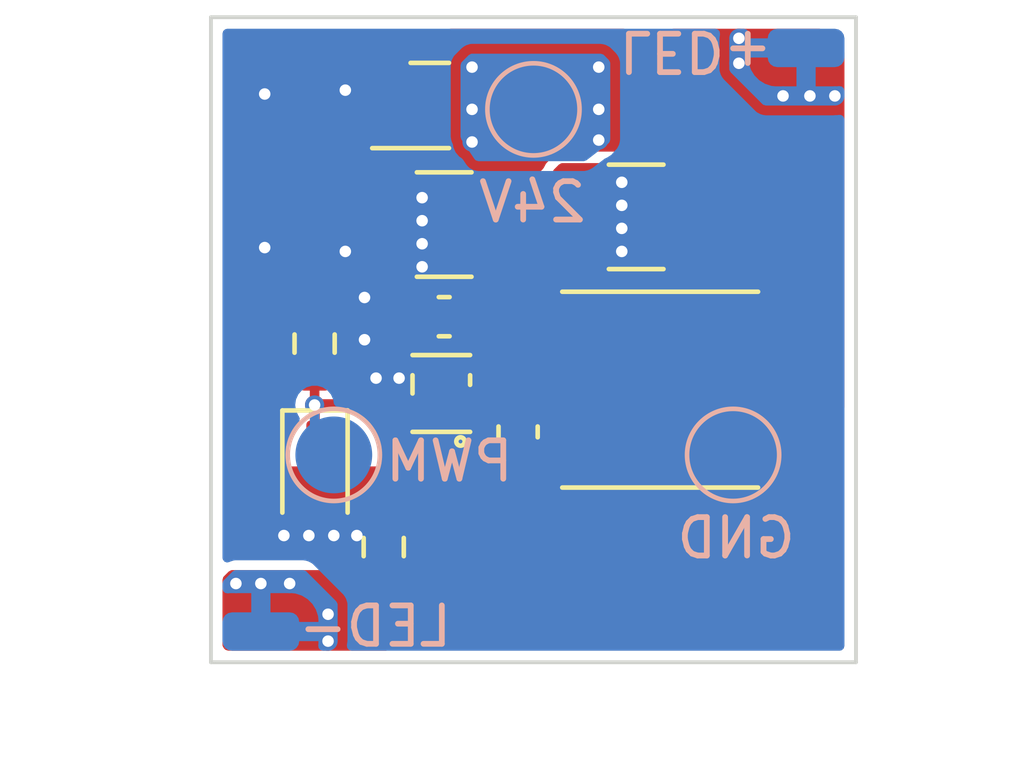
<source format=kicad_pcb>
(kicad_pcb (version 20221018) (generator pcbnew)
  (layers (0 "F.Cu" signal) (31 "B.Cu" signal) (34 "B.Paste" user) (35 "F.Paste" user) (36 "B.SilkS" user "B.Silkscreen") (37 "F.SilkS" user "F.Silkscreen") (38 "B.Mask" user) (39 "F.Mask" user) (44 "Edge.Cuts" user))
  (net 0 "")
  (net 1 "GND")
  (net 2 "/LED+")
  (net 3 "Net-(U1-BOOT)")
  (net 4 "Net-(U1-SW)")
  (net 5 "+24V")
  (net 6 "/PWM")
  (net 7 "/LED-")
  (footprint "Bergi:VQFN-HR" (layer "F.Cu") (at 76 133 180)
    (fp_text reference "U1" hide)
    (fp_text value "TPS92200DxRXL")
    (fp_line (start -0.75 -1) (end 0.75 -1) (stroke (width 0.12)) (layer "F.SilkS"))
    (fp_line (start -0.75 0.475) (end -0.75 0.225) (stroke (width 0.12)) (layer "F.SilkS"))
    (fp_line (start -0.75 1) (end 0.75 1) (stroke (width 0.12)) (layer "F.SilkS"))
    (fp_line (start 0.75 0.475) (end 0.75 0) (stroke (width 0.12)) (layer "F.SilkS"))
    (fp_circle (center -0.5 -1.25) (end -0.45 -1.25) (stroke (width 0.12)) (fill none) (layer "F.SilkS"))
    (pad "1" smd roundrect (at -0.6 -0.7 180) (size 0.7 0.2) (layers "F.Cu" "F.Mask") (net 3 "Net-(U1-BOOT)"))
    (pad "2" smd roundrect (at -0.65 -0.05 180) (size 0.6 0.2) (layers "F.Cu" "F.Paste" "F.Mask") (net 4 "Net-(U1-SW)"))
    (pad "3" smd roundrect (at -0.6 0.75 180) (size 0.7 0.2) (layers "F.Cu" "F.Paste" "F.Mask") (net 5 "+24V"))
    (pad "4" smd roundrect (at 0.65 0.75 180) (size 0.6 0.2) (layers "F.Cu" "F.Paste" "F.Mask") (net 1 "GND"))
    (pad "5" smd roundrect (at 0.65 -0.275 180) (size 0.6 0.2) (layers "F.Cu" "F.Paste" "F.Mask") (net 6 "/PWM"))
    (pad "6" smd custom (at 0.45 -0.775 180) (size 0.001 0.001) (layers "F.Cu" "F.Mask") (net 7 "/LED-") (options (clearance outline) (anchor rect)) (primitives (gr_line (start -0.45 0.05) (end 0.45 0.05) (width 0.1)) (gr_line (start -0.45 -0.05) (end -0.45 0.25) (width 0.1)) (gr_line (start -0.45 -0.05) (end 0.45 -0.05) (width 0.1)) (gr_line (start 0.45 0.05) (end 0.45 -0.05) (width 0.1)) (gr_line (start -0.35 -0.05) (end -0.35 0.25) (width 0.1)) (gr_line (start -0.45 0.25) (end -0.35 0.25) (width 0.1))))
  )
  (footprint "Capacitor_SMD:C_0603_1608Metric" (layer "F.Cu") (at 76.075 131)
    (fp_text reference "C4" hide)
    (fp_text value "100n")
    (fp_line (start -0.14058 -0.51) (end 0.14058 -0.51) (stroke (width 0.12)) (layer "F.SilkS"))
    (fp_line (start -0.14058 0.51) (end 0.14058 0.51) (stroke (width 0.12)) (layer "F.SilkS"))
    (pad "1" smd roundrect (at -0.775 0) (size 0.9 0.95) (layers "F.Cu" "F.Paste" "F.Mask") (net 1 "GND"))
    (pad "2" smd roundrect (at 0.775 0) (size 0.9 0.95) (layers "F.Cu" "F.Paste" "F.Mask") (net 5 "+24V"))
  )
  (footprint "Capacitor_SMD:C_1210_3225Metric" (layer "F.Cu") (at 76.075 128.6)
    (fp_text reference "C3" hide)
    (fp_text value "10µ")
    (fp_line (start -0.711252 -1.36) (end 0.711252 -1.36) (stroke (width 0.12)) (layer "F.SilkS"))
    (fp_line (start -0.711252 1.36) (end 0.711252 1.36) (stroke (width 0.12)) (layer "F.SilkS"))
    (pad "1" smd roundrect (at -1.475 0) (size 1.15 2.7) (layers "F.Cu" "F.Paste" "F.Mask") (roundrect_rratio 0.217391) (net 1 "GND"))
    (pad "2" smd roundrect (at 1.475 0) (size 1.15 2.7) (layers "F.Cu" "F.Paste" "F.Mask") (roundrect_rratio 0.217391) (net 5 "+24V"))
  )
  (footprint "Capacitor_SMD:C_0603_1608Metric" (layer "F.Cu") (at 78 134 90)
    (fp_text reference "C2" hide)
    (fp_text value "100n")
    (fp_line (start -0.14058 -0.51) (end 0.14058 -0.51) (stroke (width 0.12)) (layer "F.SilkS"))
    (fp_line (start -0.14058 0.51) (end 0.14058 0.51) (stroke (width 0.12)) (layer "F.SilkS"))
    (pad "1" smd roundrect (at -0.775 0 90) (size 0.9 0.95) (layers "F.Cu" "F.Paste" "F.Mask") (net 3 "Net-(U1-BOOT)"))
    (pad "2" smd roundrect (at 0.775 0 90) (size 0.9 0.95) (layers "F.Cu" "F.Paste" "F.Mask") (net 4 "Net-(U1-SW)"))
  )
  (footprint "Package_SON:WSON-6-1EP_2x2mm_P0.65mm_EP1x1.6mm" (layer "F.Cu") (at 75.2 125.5)
    (fp_text reference "U2" hide)
    (fp_text value "TVS2700DRV")
    (fp_line (start -1 1.11) (end 1 1.11) (stroke (width 0.12)) (layer "F.SilkS"))
    (fp_line (start 0 -1.11) (end 1 -1.11) (stroke (width 0.12)) (layer "F.SilkS"))
    (pad "1" smd roundrect (at -0.8875 -0.65) (size 0.375 0.4) (layers "F.Cu" "F.Paste" "F.Mask") (net 1 "GND"))
    (pad "2" smd roundrect (at -0.8875 0) (size 0.375 0.4) (layers "F.Cu" "F.Paste" "F.Mask") (net 1 "GND"))
    (pad "3" smd roundrect (at -0.8875 0.65) (size 0.375 0.4) (layers "F.Cu" "F.Paste" "F.Mask") (net 1 "GND"))
    (pad "4" smd roundrect (at 0.8875 0.65) (size 0.375 0.4) (layers "F.Cu" "F.Paste" "F.Mask") (net 5 "+24V"))
    (pad "5" smd roundrect (at 0.8875 0) (size 0.375 0.4) (layers "F.Cu" "F.Paste" "F.Mask") (net 5 "+24V"))
    (pad "6" smd roundrect (at 0.8875 -0.65) (size 0.375 0.4) (layers "F.Cu" "F.Paste" "F.Mask") (net 5 "+24V"))
    (pad "7" smd rect (at 0 0) (size 1 1.6) (layers "F.Cu" "F.Mask") (net 1 "GND"))
  )
  (footprint "Capacitor_SMD:C_1210_3225Metric" (layer "F.Cu") (at 81.075 128.4)
    (fp_text reference "C1" hide)
    (fp_text value "10µ")
    (fp_line (start -0.711252 -1.36) (end 0.711252 -1.36) (stroke (width 0.12)) (layer "F.SilkS"))
    (fp_line (start -0.711252 1.36) (end 0.711252 1.36) (stroke (width 0.12)) (layer "F.SilkS"))
    (pad "1" smd roundrect (at -1.475 0) (size 1.15 2.7) (layers "F.Cu" "F.Paste" "F.Mask") (roundrect_rratio 0.217391) (net 1 "GND"))
    (pad "2" smd roundrect (at 1.475 0) (size 1.15 2.7) (layers "F.Cu" "F.Paste" "F.Mask") (roundrect_rratio 0.217391) (net 2 "/LED+"))
  )
  (footprint "Resistor_SMD:R_0603_1608Metric" (layer "F.Cu") (at 74.5 137 90)
    (fp_text reference "R2" hide)
    (fp_text value "0R36")
    (fp_line (start -0.237258 -0.5225) (end 0.237258 -0.5225) (stroke (width 0.12)) (layer "F.SilkS"))
    (fp_line (start -0.237258 0.5225) (end 0.237258 0.5225) (stroke (width 0.12)) (layer "F.SilkS"))
    (pad "1" smd roundrect (at -0.825 0 90) (size 0.8 0.95) (layers "F.Cu" "F.Paste" "F.Mask") (net 7 "/LED-"))
    (pad "2" smd roundrect (at 0.825 0 90) (size 0.8 0.95) (layers "F.Cu" "F.Paste" "F.Mask") (net 1 "GND"))
  )
  (footprint "Diode_SMD:D_SOD-323" (layer "F.Cu") (at 72.71 135.0525 -90)
    (fp_text reference "D1" hide)
    (fp_text value "3V3")
    (fp_line (start -1.61 -0.85) (end -1.61 0.85) (stroke (width 0.12)) (layer "F.SilkS"))
    (fp_line (start -1.61 -0.85) (end 1.05 -0.85) (stroke (width 0.12)) (layer "F.SilkS"))
    (fp_line (start -1.61 0.85) (end 1.05 0.85) (stroke (width 0.12)) (layer "F.SilkS"))
    (pad "1" smd roundrect (at -1.05 0 270) (size 0.6 0.45) (layers "F.Cu" "F.Paste" "F.Mask") (net 6 "/PWM"))
    (pad "2" smd roundrect (at 1.05 0 270) (size 0.6 0.45) (layers "F.Cu" "F.Paste" "F.Mask") (net 1 "GND"))
  )
  (footprint "Inductor_SMD:L_Taiyo-Yuden_NR-50xx" (layer "F.Cu") (at 81.7 132.9)
    (fp_text reference "L1" hide)
    (fp_text value "15µH")
    (fp_line (start -2.55 -2.55) (end 2.55 -2.55) (stroke (width 0.12)) (layer "F.SilkS"))
    (fp_line (start -2.55 2.55) (end 2.55 2.55) (stroke (width 0.12)) (layer "F.SilkS"))
    (pad "1" smd rect (at -1.8 0) (size 1.5 4) (layers "F.Cu" "F.Paste" "F.Mask") (net 4 "Net-(U1-SW)"))
    (pad "2" smd rect (at 1.8 0) (size 1.5 4) (layers "F.Cu" "F.Paste" "F.Mask") (net 2 "/LED+"))
  )
  (footprint "Resistor_SMD:R_0603_1608Metric" (layer "F.Cu") (at 72.7 131.7 -90)
    (fp_text reference "R1" hide)
    (fp_text value "100k")
    (fp_line (start -0.237258 -0.5225) (end 0.237258 -0.5225) (stroke (width 0.12)) (layer "F.SilkS"))
    (fp_line (start -0.237258 0.5225) (end 0.237258 0.5225) (stroke (width 0.12)) (layer "F.SilkS"))
    (pad "1" smd roundrect (at -0.825 0 270) (size 0.8 0.95) (layers "F.Cu" "F.Paste" "F.Mask") (net 5 "+24V"))
    (pad "2" smd roundrect (at 0.825 0 270) (size 0.8 0.95) (layers "F.Cu" "F.Paste" "F.Mask") (net 6 "/PWM"))
  )
  (footprint "Bergi:Solderpad_1x2" (layer "B.Cu") (at 71.3 139.2 180)
    (fp_text reference "J2" hide)
    (fp_text value "Conn_01x01_Pin")
    (pad "1" smd roundrect (at 0 0 180) (size 2 1) (layers "B.Cu" "B.Mask") (net 7 "/LED-"))
  )
  (footprint "TestPoint:TestPoint_Pad_D2.0mm" (layer "B.Cu") (at 73.2 134.6 180)
    (fp_text reference "J3" hide)
    (fp_text value "Conn_01x01_Pin")
    (fp_circle (center 0 0) (end 0 -1.2) (stroke (width 0.12)) (fill none) (layer "B.SilkS"))
    (pad "1" smd circle (at 0 0 180) (size 2 2) (layers "B.Cu" "B.Mask") (net 6 "/PWM"))
  )
  (footprint "TestPoint:TestPoint_Pad_D2.0mm" (layer "B.Cu") (at 78.4 125.6 180)
    (fp_text reference "J4" hide)
    (fp_text value "Conn_01x01_Pin")
    (fp_circle (center 0 0) (end 0 -1.2) (stroke (width 0.12)) (fill none) (layer "B.SilkS"))
    (pad "1" smd circle (at 0 0 180) (size 2 2) (layers "B.Cu" "B.Mask") (net 5 "+24V"))
  )
  (footprint "TestPoint:TestPoint_Pad_D2.0mm" (layer "B.Cu") (at 83.6 134.6 180)
    (fp_text reference "J5" hide)
    (fp_text value "Conn_01x01_Pin")
    (fp_circle (center 0 0) (end 0 -1.2) (stroke (width 0.12)) (fill none) (layer "B.SilkS"))
    (pad "1" smd circle (at 0 0 180) (size 2 2) (layers "B.Cu" "B.Mask") (net 1 "GND"))
  )
  (footprint "Bergi:Solderpad_1x2" (layer "B.Cu") (at 85.5 124 180)
    (fp_text reference "J1" hide)
    (fp_text value "Conn_01x01_Pin")
    (pad "1" smd roundrect (at 0 0 180) (size 2 1) (layers "B.Cu" "B.Mask") (net 2 "/LED+"))
  )
  (gr_line (start 86.8 140) (end 86.8 123.2) (stroke (width 0.1)) (layer "Edge.Cuts"))
  (gr_line (start 86.8 123.2) (end 70 123.2) (stroke (width 0.1)) (layer "Edge.Cuts"))
  (gr_line (start 70 123.2) (end 70 140) (stroke (width 0.1)) (layer "Edge.Cuts"))
  (gr_line (start 70 140) (end 86.8 140) (stroke (width 0.1)) (layer "Edge.Cuts"))
  (gr_text "LED+" (at 80.55 123.5 180) (layer "B.SilkS") (effects (font (size 1 1)) (justify left bottom mirror)))
  (gr_text "LED-" (at 76.35 139.65) (layer "B.SilkS") (effects (font (size 1 1)) (justify left bottom mirror)))
  (gr_text "GND" (at 85.3 137.35) (layer "B.SilkS") (effects (font (size 1 1)) (justify left bottom mirror)))
  (gr_text "PWM" (at 77.95 135.35) (layer "B.SilkS") (effects (font (size 1 1)) (justify left bottom mirror)))
  (gr_text "24V" (at 79.85 128.6) (layer "B.SilkS") (effects (font (size 1 1)) (justify left bottom mirror)))
  (segment (start 75.35 131.05) (end 75.3 131) (width 0.25) (layer "F.Cu") (net 1))
  (segment (start 74.55 124.85) (end 75.2 125.5) (width 0.25) (layer "F.Cu") (net 1))
  (segment (start 74.55 126.15) (end 74.6 126.1) (width 0.25) (layer "F.Cu") (net 1))
  (segment (start 75.3 131) (end 74.6 130.3) (width 0.25) (layer "F.Cu") (net 1))
  (segment (start 75.35 132.25) (end 75.35 131.05) (width 0.25) (layer "F.Cu") (net 1))
  (segment (start 74.6 128.6) (end 74.6 126.1) (width 0.25) (layer "F.Cu") (net 1))
  (segment (start 74.3125 124.85) (end 74.55 124.85) (width 0.25) (layer "F.Cu") (net 1))
  (segment (start 74.6 126.1) (end 75.2 125.5) (width 0.25) (layer "F.Cu") (net 1))
  (segment (start 74.3125 126.15) (end 74.55 126.15) (width 0.25) (layer "F.Cu") (net 1))
  (segment (start 74.3125 125.5) (end 75.2 125.5) (width 0.25) (layer "F.Cu") (net 1))
  (segment (start 74.6 130.3) (end 74.6 128.6) (width 0.25) (layer "F.Cu") (net 1))
  (via (at 72.55 136.7) (size 0.5) (drill 0.3) (layers "F.Cu" "B.Cu") (net 1))
  (via (at 74 130.5) (size 0.5) (drill 0.3) (layers "F.Cu" "B.Cu") (net 1))
  (via (at 71.4 129.2) (size 0.5) (drill 0.3) (layers "F.Cu" "B.Cu") (net 1))
  (via (at 71.9 136.7) (size 0.5) (drill 0.3) (layers "F.Cu" "B.Cu") (net 1))
  (via (at 80.7 127.5) (size 0.5) (drill 0.3) (layers "F.Cu" "B.Cu") (net 1))
  (via (at 75.5 129.7) (size 0.5) (drill 0.3) (layers "F.Cu" "B.Cu") (net 1))
  (via (at 73.5 125.1) (size 0.5) (drill 0.3) (layers "F.Cu" "B.Cu") (net 1))
  (via (at 80.7 128.7) (size 0.5) (drill 0.3) (layers "F.Cu" "B.Cu") (net 1))
  (via (at 74.9 132.6) (size 0.5) (drill 0.3) (layers "F.Cu" "B.Cu") (net 1))
  (via (at 73.8 136.7) (size 0.5) (drill 0.3) (layers "F.Cu" "B.Cu") (net 1))
  (via (at 73.5 129.3) (size 0.5) (drill 0.3) (layers "F.Cu" "B.Cu") (net 1))
  (via (at 75.5 129.1) (size 0.5) (drill 0.3) (layers "F.Cu" "B.Cu") (net 1))
  (via (at 80.7 128.1) (size 0.5) (drill 0.3) (layers "F.Cu" "B.Cu") (net 1))
  (via (at 71.4 125.2) (size 0.5) (drill 0.3) (layers "F.Cu" "B.Cu") (net 1))
  (via (at 74 131.6) (size 0.5) (drill 0.3) (layers "F.Cu" "B.Cu") (net 1))
  (via (at 80.7 129.3) (size 0.5) (drill 0.3) (layers "F.Cu" "B.Cu") (net 1))
  (via (at 75.5 128.5) (size 0.5) (drill 0.3) (layers "F.Cu" "B.Cu") (net 1))
  (via (at 73.2 136.7) (size 0.5) (drill 0.3) (layers "F.Cu" "B.Cu") (net 1))
  (via (at 75.5 127.9) (size 0.5) (drill 0.3) (layers "F.Cu" "B.Cu") (net 1))
  (via (at 74.3 132.6) (size 0.5) (drill 0.3) (layers "F.Cu" "B.Cu") (net 1))
  (segment (start 83.5 129.35) (end 83.5 132.9) (width 0.2) (layer "F.Cu") (net 2))
  (segment (start 82.55 128.4) (end 83.5 129.35) (width 0.2) (layer "F.Cu") (net 2))
  (via (at 85.6 125.25) (size 0.5) (drill 0.3) (layers "F.Cu" "B.Cu") (net 2))
  (via (at 86.25 125.25) (size 0.5) (drill 0.3) (layers "F.Cu" "B.Cu") (net 2))
  (via (at 83.75 124.4) (size 0.5) (drill 0.3) (layers "F.Cu" "B.Cu") (net 2))
  (via (at 83.75 123.7495) (size 0.5) (drill 0.3) (layers "F.Cu" "B.Cu") (net 2))
  (via (at 84.9 125.25) (size 0.5) (drill 0.3) (layers "F.Cu" "B.Cu") (net 2))
  (segment (start 77 133.7) (end 78 134.7) (width 0.25) (layer "F.Cu") (net 3))
  (segment (start 76.6 133.7) (end 77 133.7) (width 0.25) (layer "F.Cu") (net 3))
  (segment (start 78 134.7) (end 78 134.775) (width 0.25) (layer "F.Cu") (net 3))
  (segment (start 77.825 133.05) (end 78 133.225) (width 0.25) (layer "F.Cu") (net 4))
  (segment (start 76.65 133.05) (end 77.825 133.05) (width 0.25) (layer "F.Cu") (net 4))
  (segment (start 78 133.225) (end 79.575 133.225) (width 0.25) (layer "F.Cu") (net 4))
  (segment (start 79.575 133.225) (end 79.9 132.9) (width 0.25) (layer "F.Cu") (net 4))
  (segment (start 76.6 132.25) (end 76.6 131.25) (width 0.25) (layer "F.Cu") (net 5))
  (segment (start 72.7 130.875) (end 71.775 130.875) (width 0.25) (layer "F.Cu") (net 5))
  (segment (start 77.55 127.85) (end 77.55 128.6) (width 0.25) (layer "F.Cu") (net 5))
  (segment (start 75.85 124.2) (end 76.0875 124.4375) (width 0.25) (layer "F.Cu") (net 5))
  (segment (start 71.775 130.875) (end 70.5 129.6) (width 0.25) (layer "F.Cu") (net 5))
  (segment (start 76.0875 124.85) (end 76.0875 126.15) (width 0.25) (layer "F.Cu") (net 5))
  (segment (start 76.0875 126.15) (end 76.0875 126.3875) (width 0.25) (layer "F.Cu") (net 5))
  (segment (start 76.0875 124.4375) (end 76.0875 124.85) (width 0.25) (layer "F.Cu") (net 5))
  (segment (start 76.85 131) (end 77.3 130.55) (width 0.25) (layer "F.Cu") (net 5))
  (segment (start 70.5 125.1) (end 71.4 124.2) (width 0.25) (layer "F.Cu") (net 5))
  (segment (start 77.3 130.55) (end 77.3 128.85) (width 0.25) (layer "F.Cu") (net 5))
  (segment (start 70.5 129.6) (end 70.5 125.1) (width 0.25) (layer "F.Cu") (net 5))
  (segment (start 71.4 124.2) (end 75.85 124.2) (width 0.25) (layer "F.Cu") (net 5))
  (segment (start 76.6 131.25) (end 76.85 131) (width 0.25) (layer "F.Cu") (net 5))
  (segment (start 76.0875 126.3875) (end 77.55 127.85) (width 0.25) (layer "F.Cu") (net 5))
  (segment (start 77.3 128.85) (end 77.55 128.6) (width 0.25) (layer "F.Cu") (net 5))
  (via (at 76.8 124.5) (size 0.5) (drill 0.3) (layers "F.Cu" "B.Cu") (net 5))
  (via (at 80.1 125.6) (size 0.5) (drill 0.3) (layers "F.Cu" "B.Cu") (net 5))
  (via (at 76.8 125.6) (size 0.5) (drill 0.3) (layers "F.Cu" "B.Cu") (net 5))
  (via (at 80.1 124.5) (size 0.5) (drill 0.3) (layers "F.Cu" "B.Cu") (net 5))
  (via (at 80.1 126.4) (size 0.5) (drill 0.3) (layers "F.Cu" "B.Cu") (net 5))
  (via (at 76.8 126.45) (size 0.5) (drill 0.3) (layers "F.Cu" "B.Cu") (net 5))
  (segment (start 72.7 133.3) (end 72.7 132.525) (width 0.25) (layer "F.Cu") (net 6))
  (segment (start 72.71 133.29) (end 72.71 134.0025) (width 0.25) (layer "F.Cu") (net 6))
  (segment (start 72.725 133.275) (end 72.7 133.3) (width 0.25) (layer "F.Cu") (net 6))
  (segment (start 75.35 133.275) (end 72.725 133.275) (width 0.25) (layer "F.Cu") (net 6))
  (segment (start 72.725 133.275) (end 72.71 133.29) (width 0.25) (layer "F.Cu") (net 6))
  (via (at 72.7 133.3) (size 0.5) (drill 0.3) (layers "F.Cu" "B.Cu") (net 6))
  (segment (start 72.7 134.1) (end 72.7 133.3) (width 0.25) (layer "B.Cu") (net 6))
  (segment (start 73.2 134.6) (end 72.7 134.1) (width 0.25) (layer "B.Cu") (net 6))
  (segment (start 75.55 133.775) (end 75.55 136.9) (width 0.2) (layer "F.Cu") (net 7))
  (segment (start 74.625 137.825) (end 74.5 137.825) (width 0.2) (layer "F.Cu") (net 7))
  (segment (start 75.55 136.9) (end 74.625 137.825) (width 0.2) (layer "F.Cu") (net 7))
  (via (at 70.65 137.95) (size 0.5) (drill 0.3) (layers "F.Cu" "B.Cu") (net 7))
  (via (at 72.05 137.95) (size 0.5) (drill 0.3) (layers "F.Cu" "B.Cu") (net 7))
  (via (at 73.05 139.45) (size 0.5) (drill 0.3) (layers "F.Cu" "B.Cu") (net 7))
  (via (at 71.3 137.95) (size 0.5) (drill 0.3) (layers "F.Cu" "B.Cu") (net 7))
  (via (at 73.05 138.75) (size 0.5) (drill 0.3) (layers "F.Cu" "B.Cu") (net 7))
  (zone (net 1) (net_name "GND") (layer "F.Cu") (connect_pads yes (clearance 0.25)) (min_thickness 0.25) (fill yes (thermal_gap 0.5) (thermal_bridge_width 0.5))
    (polygon (pts (xy 75.4 132.9) (xy 75.8 132.5) (xy 75.8 127.7) (xy 75.6 127.5) (xy 75.6 124.7) (xy 71.4 124.7) (xy 70.9 125.2) (xy 70.9 129.3) (xy 71.3 129.7) (xy 73.1 129.7) (xy 73.7 130.3) (xy 73.7 132.4) (xy 74.2 132.9)))
  )
  (zone (net 2) (net_name "/LED+") (layer "F.Cu") (priority 2) (connect_pads yes (clearance 0.25)) (min_thickness 0.25) (fill yes (thermal_gap 0.5) (thermal_bridge_width 0.5))
    (polygon (pts (xy 81.6 134.1) (xy 82.4 134.9) (xy 85 134.9) (xy 86.5 133.4) (xy 86.5 124.1) (xy 85.9 123.5) (xy 82 123.5) (xy 81.6 123.9) (xy 81.6 127) (xy 81.6 128.2)))
  )
  (zone (net 4) (net_name "Net-(U1-SW)") (layer "F.Cu") (priority 3) (connect_pads yes (clearance 0.25)) (min_thickness 0.25) (fill yes (thermal_gap 0.5) (thermal_bridge_width 0.5))
    (polygon (pts (xy 76.1 132.9) (xy 76.4 132.6) (xy 78.1 132.6) (xy 78.8 131.9) (xy 78.8 131.1) (xy 79.4 130.5) (xy 80.6 130.5) (xy 81.1 131) (xy 81.1 135.3) (xy 80.8 135.6) (xy 79.2 135.6) (xy 78.9 135.3) (xy 78.9 134.3) (xy 78.6 134) (xy 77.9 134) (xy 77.3 133.4) (xy 76.3 133.4) (xy 76.1 133.2)))
  )
  (zone (net 7) (net_name "/LED-") (layer "F.Cu") (priority 5) (connect_pads yes (clearance 0.25)) (min_thickness 0.25) (fill yes (thermal_gap 0.5) (thermal_bridge_width 0.5))
    (polygon (pts (xy 70.5 139.8) (xy 70.1 139.4) (xy 70.1 138) (xy 70.5 137.6) (xy 74.6 137.6) (xy 75 138) (xy 75 139.3) (xy 74.5 139.8)))
  )
  (zone (net 5) (net_name "+24V") (layer "F.Cu") (priority 1) (connect_pads yes (clearance 0.25)) (min_thickness 0.25) (fill yes (thermal_gap 0.5) (thermal_bridge_width 0.5))
    (polygon (pts (xy 76.1 132.4) (xy 76.1 127.5) (xy 75.9 127.3) (xy 75.9 123.798142) (xy 76.2 123.5) (xy 80.8 123.5) (xy 81.2 123.9) (xy 81.2 126.3) (xy 80.8 126.7) (xy 79.1 126.7) (xy 78.6 127.2) (xy 78.6 131.8) (xy 78 132.4)))
  )
  (zone (net 1) (net_name "GND") (layer "F.Cu") (priority 6) (connect_pads yes (clearance 0.25)) (min_thickness 0.25) (fill yes (thermal_gap 0.5) (thermal_bridge_width 0.5))
    (polygon (pts (xy 74.5 137) (xy 74.95 136.55) (xy 74.95 135.25) (xy 74.6 134.9) (xy 71 134.9) (xy 70.6 135.3) (xy 70.6 136.75) (xy 70.85 137)))
  )
  (zone (net 1) (net_name "GND") (layer "F.Cu") (priority 4) (connect_pads yes (clearance 0.25)) (min_thickness 0.25) (fill yes (thermal_gap 0.5) (thermal_bridge_width 0.5))
    (polygon (pts (xy 80.7 127) (xy 81.1 127.4) (xy 81.1 129.4) (xy 80.7 129.8) (xy 79.2 129.8) (xy 78.9 129.5) (xy 78.9 127.2) (xy 79.1 127)))
  )
  (zone (net 5) (net_name "+24V") (layer "B.Cu") (priority 9) (connect_pads yes (clearance 0.25)) (min_thickness 0.25) (fill yes (thermal_gap 0.5) (thermal_bridge_width 0.5))
    (polygon (pts (xy 76.5 124.4) (xy 76.75 124.15) (xy 80.2 124.15) (xy 80.4 124.35) (xy 80.4 126.45) (xy 79.75 126.95) (xy 76.9 126.95) (xy 76.5 126.35)))
  )
  (zone (net 7) (net_name "/LED-") (layer "B.Cu") (priority 8) (connect_pads (clearance 0.25)) (min_thickness 0.25) (fill yes (thermal_gap 0.5) (thermal_bridge_width 0.5))
    (polygon (pts (xy 70.3 139) (xy 70.3 137.9) (xy 70.6 137.6) (xy 72.45 137.6) (xy 73.3 138.45) (xy 73.3 139.5) (xy 73.05 139.7) (xy 71.2 139.7)))
  )
  (zone (net 1) (net_name "GND") (layer "B.Cu") (connect_pads yes (clearance 0.25)) (min_thickness 0.25) (fill yes (thermal_gap 0.5) (thermal_bridge_width 0.5))
    (polygon (pts (xy 70 123.2) (xy 86.8 123.2) (xy 86.8 140) (xy 70 140)))
  )
  (zone (net 2) (net_name "/LED+") (layer "B.Cu") (priority 7) (connect_pads (clearance 0.25)) (min_thickness 0.25) (fill yes (thermal_gap 0.5) (thermal_bridge_width 0.5))
    (polygon (pts (xy 86.15 123.5) (xy 83.75 123.5) (xy 83.5 123.75) (xy 83.5 124.6) (xy 84.4 125.5) (xy 86.25 125.5) (xy 86.5 125.25) (xy 86.5 123.8)))
  )
)
</source>
